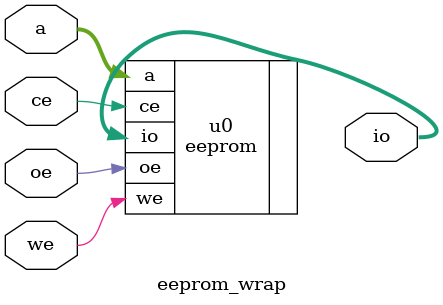
<source format=v>

module eeprom_wrap(
    input [12:0] a,
    input we,
    input oe,
    input ce,
    output [7:0] io
);
    eeprom #("rom0.mem") u0(.a, .we, .oe, .ce, .io);
endmodule

</source>
